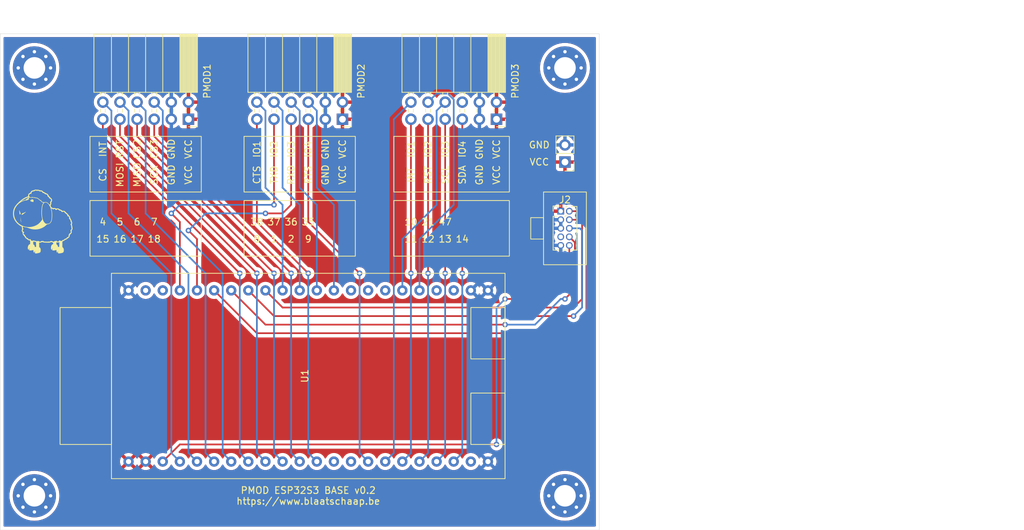
<source format=kicad_pcb>
(kicad_pcb (version 20211014) (generator pcbnew)
  (layers (0 "F.Cu" signal) (31 "B.Cu" signal) (34 "B.Paste" user "B.Plakken") (35 "F.Paste" user "F.Plakken") (36 "B.SilkS" user "B.Silkscreen") (37 "F.SilkS" user "F.Silkscreen") (38 "B.Mask" user) (39 "F.Mask" user "F. masker") (44 "Edge.Cuts" user))
  (net 0 "")
  (net 1 "GND")
  (net 2 "PMOD_UART_GPIO4")
  (net 3 "PMOD_UART_GPIO3")
  (net 4 "PMOD_UART_GPIO2_RESET")
  (net 5 "PMOD_UART_GPIO1_INT")
  (net 6 "PMOD_UART_RTS")
  (net 7 "PMOD_UART_RXD")
  (net 8 "PMOD_UART_TXD")
  (net 9 "PMOD_UART_CTS")
  (net 10 "VCC")
  (net 11 "PMOD_SPI_SCK")
  (net 12 "PMOD_SPI_MOSI")
  (net 13 "PMOD_SPI_MISO")
  (net 14 "PMOD_SPI_GPIO4_CS3")
  (net 15 "PMOD_SPI_GPIO3_CS2")
  (net 16 "PMOD_SPI_GPIO2_RESET")
  (net 17 "PMOD_SPI_GPIO1_INT")
  (net 18 "PMOD_SPI_CS")
  (net 19 "PMOD_I2C_SDA")
  (net 20 "PMOD_I2C_SCL")
  (net 21 "PMOD_I2C_RESET")
  (net 22 "PMOD_I2C_INT")
  (net 23 "PMOD_I2C_GPIO4")
  (net 24 "PMOD_I2C_GPIO3")
  (net 25 "PMOD_I2C_GPIO2")
  (net 26 "PMOD_I2C_GPIO1")
  (net 32 "JTMS")
  (net 33 "JTCK")
  (net 34 "JTDO")
  (net 36 "JTDI")
  (net 37 "~{RST}")
  (net 38 "WS1812")
  (footprint "Connector_PinSocket_2.54mm:PinSocket_2x06_P2.54mm_Horizontal" (layer "F.Cu") (at 96.52 30.48 -90)
    (fp_text reference "PMOD2" (at -5.65 -2.77 90) (layer "F.SilkS"))
    (fp_text value "Conn_02x06_Odd_Even")
    (pad "1" thru_hole rect (at 0 0 270) (size 1.7 1.7) (drill 1) (layers *.Cu *.Mask) (net 10 "VCC"))
    (pad "2" thru_hole oval (at -2.54 0 270) (size 1.7 1.7) (drill 1) (layers *.Cu *.Mask) (net 10 "VCC"))
    (pad "3" thru_hole oval (at 0 2.54 270) (size 1.7 1.7) (drill 1) (layers *.Cu *.Mask) (net 1 "GND"))
    (pad "4" thru_hole oval (at -2.54 2.54 270) (size 1.7 1.7) (drill 1) (layers *.Cu *.Mask) (net 1 "GND"))
    (pad "5" thru_hole oval (at 0 5.08 270) (size 1.7 1.7) (drill 1) (layers *.Cu *.Mask) (net 6 "PMOD_UART_RTS"))
    (pad "6" thru_hole oval (at -2.54 5.08 270) (size 1.7 1.7) (drill 1) (layers *.Cu *.Mask) (net 2 "PMOD_UART_GPIO4"))
    (pad "7" thru_hole oval (at 0 7.62 270) (size 1.7 1.7) (drill 1) (layers *.Cu *.Mask) (net 7 "PMOD_UART_RXD"))
    (pad "8" thru_hole oval (at -2.54 7.62 270) (size 1.7 1.7) (drill 1) (layers *.Cu *.Mask) (net 3 "PMOD_UART_GPIO3"))
    (pad "9" thru_hole oval (at 0 10.16 270) (size 1.7 1.7) (drill 1) (layers *.Cu *.Mask) (net 8 "PMOD_UART_TXD"))
    (pad "10" thru_hole oval (at -2.54 10.16 270) (size 1.7 1.7) (drill 1) (layers *.Cu *.Mask) (net 4 "PMOD_UART_GPIO2_RESET"))
    (pad "11" thru_hole oval (at 0 12.7 270) (size 1.7 1.7) (drill 1) (layers *.Cu *.Mask) (net 9 "PMOD_UART_CTS"))
    (pad "12" thru_hole oval (at -2.54 12.7 270) (size 1.7 1.7) (drill 1) (layers *.Cu *.Mask) (net 5 "PMOD_UART_GPIO1_INT"))
  )
  (footprint "Connector_PinSocket_2.54mm:PinSocket_2x06_P2.54mm_Horizontal" (layer "F.Cu") (at 119.38 30.48 -90)
    (fp_text reference "PMOD3" (at -5.65 -2.77 90) (layer "F.SilkS"))
    (fp_text value "Conn_02x06_Odd_Even")
    (pad "1" thru_hole rect (at 0 0 270) (size 1.7 1.7) (drill 1) (layers *.Cu *.Mask) (net 10 "VCC"))
    (pad "2" thru_hole oval (at -2.54 0 270) (size 1.7 1.7) (drill 1) (layers *.Cu *.Mask) (net 10 "VCC"))
    (pad "3" thru_hole oval (at 0 2.54 270) (size 1.7 1.7) (drill 1) (layers *.Cu *.Mask) (net 1 "GND"))
    (pad "4" thru_hole oval (at -2.54 2.54 270) (size 1.7 1.7) (drill 1) (layers *.Cu *.Mask) (net 1 "GND"))
    (pad "5" thru_hole oval (at 0 5.08 270) (size 1.7 1.7) (drill 1) (layers *.Cu *.Mask) (net 19 "PMOD_I2C_SDA"))
    (pad "6" thru_hole oval (at -2.54 5.08 270) (size 1.7 1.7) (drill 1) (layers *.Cu *.Mask) (net 23 "PMOD_I2C_GPIO4"))
    (pad "7" thru_hole oval (at 0 7.62 270) (size 1.7 1.7) (drill 1) (layers *.Cu *.Mask) (net 20 "PMOD_I2C_SCL"))
    (pad "8" thru_hole oval (at -2.54 7.62 270) (size 1.7 1.7) (drill 1) (layers *.Cu *.Mask) (net 24 "PMOD_I2C_GPIO3"))
    (pad "9" thru_hole oval (at 0 10.16 270) (size 1.7 1.7) (drill 1) (layers *.Cu *.Mask) (net 21 "PMOD_I2C_RESET"))
    (pad "10" thru_hole oval (at -2.54 10.16 270) (size 1.7 1.7) (drill 1) (layers *.Cu *.Mask) (net 25 "PMOD_I2C_GPIO2"))
    (pad "11" thru_hole oval (at 0 12.7 270) (size 1.7 1.7) (drill 1) (layers *.Cu *.Mask) (net 22 "PMOD_I2C_INT"))
    (pad "12" thru_hole oval (at -2.54 12.7 270) (size 1.7 1.7) (drill 1) (layers *.Cu *.Mask) (net 26 "PMOD_I2C_GPIO1"))
  )
  (footprint "Connector_PinSocket_2.54mm:PinSocket_2x06_P2.54mm_Horizontal" (layer "F.Cu") (at 73.66 30.48 -90)
    (fp_text reference "PMOD1" (at -5.65 -2.77 90) (layer "F.SilkS"))
    (fp_text value "Conn_02x06_Odd_Even")
    (pad "1" thru_hole rect (at 0 0 270) (size 1.7 1.7) (drill 1) (layers *.Cu *.Mask) (net 10 "VCC"))
    (pad "2" thru_hole oval (at -2.54 0 270) (size 1.7 1.7) (drill 1) (layers *.Cu *.Mask) (net 10 "VCC"))
    (pad "3" thru_hole oval (at 0 2.54 270) (size 1.7 1.7) (drill 1) (layers *.Cu *.Mask) (net 1 "GND"))
    (pad "4" thru_hole oval (at -2.54 2.54 270) (size 1.7 1.7) (drill 1) (layers *.Cu *.Mask) (net 1 "GND"))
    (pad "5" thru_hole oval (at 0 5.08 270) (size 1.7 1.7) (drill 1) (layers *.Cu *.Mask) (net 11 "PMOD_SPI_SCK"))
    (pad "6" thru_hole oval (at -2.54 5.08 270) (size 1.7 1.7) (drill 1) (layers *.Cu *.Mask) (net 14 "PMOD_SPI_GPIO4_CS3"))
    (pad "7" thru_hole oval (at 0 7.62 270) (size 1.7 1.7) (drill 1) (layers *.Cu *.Mask) (net 13 "PMOD_SPI_MISO"))
    (pad "8" thru_hole oval (at -2.54 7.62 270) (size 1.7 1.7) (drill 1) (layers *.Cu *.Mask) (net 15 "PMOD_SPI_GPIO3_CS2"))
    (pad "9" thru_hole oval (at 0 10.16 270) (size 1.7 1.7) (drill 1) (layers *.Cu *.Mask) (net 12 "PMOD_SPI_MOSI"))
    (pad "10" thru_hole oval (at -2.54 10.16 270) (size 1.7 1.7) (drill 1) (layers *.Cu *.Mask) (net 16 "PMOD_SPI_GPIO2_RESET"))
    (pad "11" thru_hole oval (at 0 12.7 270) (size 1.7 1.7) (drill 1) (layers *.Cu *.Mask) (net 18 "PMOD_SPI_CS"))
    (pad "12" thru_hole oval (at -2.54 12.7 270) (size 1.7 1.7) (drill 1) (layers *.Cu *.Mask) (net 17 "PMOD_SPI_GPIO1_INT"))
  )
  (footprint "MountingHole:MountingHole_3.2mm_M3_Pad_Via" (layer "F.Cu") (at 50.8 86.36)
    (fp_text reference "H3" hide)
    (fp_text value "~")
    (pad "1" thru_hole circle (at 1.697056 1.697056) (size 0.8 0.8) (drill 0.5) (layers *.Cu *.Mask))
    (pad "1" thru_hole circle (at -1.697056 -1.697056) (size 0.8 0.8) (drill 0.5) (layers *.Cu *.Mask))
    (pad "1" thru_hole circle (at 0 -2.4) (size 0.8 0.8) (drill 0.5) (layers *.Cu *.Mask))
    (pad "1" thru_hole circle (at -2.4 0) (size 0.8 0.8) (drill 0.5) (layers *.Cu *.Mask))
    (pad "1" thru_hole circle (at 1.697056 -1.697056) (size 0.8 0.8) (drill 0.5) (layers *.Cu *.Mask))
    (pad "1" thru_hole circle (at -1.697056 1.697056) (size 0.8 0.8) (drill 0.5) (layers *.Cu *.Mask))
    (pad "1" thru_hole circle (at 2.4 0) (size 0.8 0.8) (drill 0.5) (layers *.Cu *.Mask))
    (pad "1" thru_hole circle (at 0 0) (size 6.4 6.4) (drill 3.2) (layers *.Cu *.Mask))
    (pad "1" thru_hole circle (at 0 2.4) (size 0.8 0.8) (drill 0.5) (layers *.Cu *.Mask))
  )
  (footprint "MountingHole:MountingHole_3.2mm_M3_Pad_Via" (layer "F.Cu") (at 50.8 22.86)
    (fp_text reference "H1" hide)
    (fp_text value "~")
    (pad "1" thru_hole circle (at 0 -2.4) (size 0.8 0.8) (drill 0.5) (layers *.Cu *.Mask))
    (pad "1" thru_hole circle (at 1.697056 1.697056) (size 0.8 0.8) (drill 0.5) (layers *.Cu *.Mask))
    (pad "1" thru_hole circle (at 0 2.4) (size 0.8 0.8) (drill 0.5) (layers *.Cu *.Mask))
    (pad "1" thru_hole circle (at 2.4 0) (size 0.8 0.8) (drill 0.5) (layers *.Cu *.Mask))
    (pad "1" thru_hole circle (at -2.4 0) (size 0.8 0.8) (drill 0.5) (layers *.Cu *.Mask))
    (pad "1" thru_hole circle (at 1.697056 -1.697056) (size 0.8 0.8) (drill 0.5) (layers *.Cu *.Mask))
    (pad "1" thru_hole circle (at -1.697056 1.697056) (size 0.8 0.8) (drill 0.5) (layers *.Cu *.Mask))
    (pad "1" thru_hole circle (at 0 0) (size 6.4 6.4) (drill 3.2) (layers *.Cu *.Mask))
    (pad "1" thru_hole circle (at -1.697056 -1.697056) (size 0.8 0.8) (drill 0.5) (layers *.Cu *.Mask))
  )
  (footprint "Connector_PinHeader_2.54mm:PinHeader_1x02_P2.54mm_Vertical" (layer "F.Cu") (at 129.54 36.83 180)
    (fp_text reference "J1" hide)
    (fp_text value "~")
    (pad "1" thru_hole rect (at 0 0 180) (size 1.7 1.7) (drill 1) (layers *.Cu *.Mask) (net 10 "VCC"))
    (pad "2" thru_hole oval (at 0 2.54 180) (size 1.7 1.7) (drill 1) (layers *.Cu *.Mask) (net 1 "GND"))
  )
  (footprint "MountingHole:MountingHole_3.2mm_M3_Pad_Via" (layer "F.Cu") (at 129.54 86.36)
    (fp_text reference "H4" hide)
    (fp_text value "~")
    (pad "1" thru_hole circle (at 1.697056 -1.697056) (size 0.8 0.8) (drill 0.5) (layers *.Cu *.Mask))
    (pad "1" thru_hole circle (at -1.697056 1.697056) (size 0.8 0.8) (drill 0.5) (layers *.Cu *.Mask))
    (pad "1" thru_hole circle (at 0 0) (size 6.4 6.4) (drill 3.2) (layers *.Cu *.Mask))
    (pad "1" thru_hole circle (at -2.4 0) (size 0.8 0.8) (drill 0.5) (layers *.Cu *.Mask))
    (pad "1" thru_hole circle (at 0 2.4) (size 0.8 0.8) (drill 0.5) (layers *.Cu *.Mask))
    (pad "1" thru_hole circle (at 1.697056 1.697056) (size 0.8 0.8) (drill 0.5) (layers *.Cu *.Mask))
    (pad "1" thru_hole circle (at -1.697056 -1.697056) (size 0.8 0.8) (drill 0.5) (layers *.Cu *.Mask))
    (pad "1" thru_hole circle (at 2.4 0) (size 0.8 0.8) (drill 0.5) (layers *.Cu *.Mask))
    (pad "1" thru_hole circle (at 0 -2.4) (size 0.8 0.8) (drill 0.5) (layers *.Cu *.Mask))
  )
  (footprint "Connector_PinHeader_1.27mm:PinHeader_2x05_P1.27mm_Vertical" (layer "F.Cu") (at 128.915 44.1225)
    (fp_text reference "J2" (at 0.635 -1.695) (layer "F.SilkS"))
    (fp_text value "Conn_02x05_Odd_Even")
    (pad "1" thru_hole rect (at 0 0) (size 1 1) (drill 0.65) (layers *.Cu *.Mask) (net 10 "VCC"))
    (pad "2" thru_hole oval (at 1.27 0) (size 1 1) (drill 0.65) (layers *.Cu *.Mask) (net 32 "JTMS"))
    (pad "3" thru_hole oval (at 0 1.27) (size 1 1) (drill 0.65) (layers *.Cu *.Mask) (net 1 "GND"))
    (pad "4" thru_hole oval (at 1.27 1.27) (size 1 1) (drill 0.65) (layers *.Cu *.Mask) (net 33 "JTCK"))
    (pad "5" thru_hole oval (at 0 2.54) (size 1 1) (drill 0.65) (layers *.Cu *.Mask) (net 1 "GND"))
    (pad "6" thru_hole oval (at 1.27 2.54) (size 1 1) (drill 0.65) (layers *.Cu *.Mask) (net 34 "JTDO"))
    (pad "7" thru_hole oval (at 0 3.81) (size 1 1) (drill 0.65) (layers *.Cu *.Mask))
    (pad "8" thru_hole oval (at 1.27 3.81) (size 1 1) (drill 0.65) (layers *.Cu *.Mask) (net 36 "JTDI"))
    (pad "9" thru_hole oval (at 0 5.08) (size 1 1) (drill 0.65) (layers *.Cu *.Mask) (net 1 "GND"))
    (pad "10" thru_hole oval (at 1.27 5.08) (size 1 1) (drill 0.65) (layers *.Cu *.Mask) (net 37 "~{RST}"))
  )
  (footprint "AvS_Logos:bs10" (layer "F.Cu") (at 52.07 45.72)
    (fp_text reference "G***" hide)
    (fp_text value "LOGO" hide)
  )
  (footprint "MountingHole:MountingHole_3.2mm_M3_Pad_Via" (layer "F.Cu") (at 129.54 22.86)
    (fp_text reference "H2" hide)
    (fp_text value "~")
    (pad "1" thru_hole circle (at 1.697056 -1.697056) (size 0.8 0.8) (drill 0.5) (layers *.Cu *.Mask))
    (pad "1" thru_hole circle (at 1.697056 1.697056) (size 0.8 0.8) (drill 0.5) (layers *.Cu *.Mask))
    (pad "1" thru_hole circle (at -1.697056 -1.697056) (size 0.8 0.8) (drill 0.5) (layers *.Cu *.Mask))
    (pad "1" thru_hole circle (at 0 0) (size 6.4 6.4) (drill 3.2) (layers *.Cu *.Mask))
    (pad "1" thru_hole circle (at 0 2.4) (size 0.8 0.8) (drill 0.5) (layers *.Cu *.Mask))
    (pad "1" thru_hole circle (at 2.4 0) (size 0.8 0.8) (drill 0.5) (layers *.Cu *.Mask))
    (pad "1" thru_hole circle (at 0 -2.4) (size 0.8 0.8) (drill 0.5) (layers *.Cu *.Mask))
    (pad "1" thru_hole circle (at -2.4 0) (size 0.8 0.8) (drill 0.5) (layers *.Cu *.Mask))
    (pad "1" thru_hole circle (at -1.697056 1.697056) (size 0.8 0.8) (drill 0.5) (layers *.Cu *.Mask))
  )
  (footprint "AvS_CoreBoards:ESP32S3_VCCGND" (layer "F.Cu") (at 91.44 68.58 90)
    (fp_text reference "U1" (at 0 -0.5 90 unlocked) (layer "F.SilkS"))
    (fp_text value "ESP32S3_VCCGND")
    (pad "1" thru_hole circle (at -12.7 -26.67 90) (size 1.524 1.524) (drill 0.762) (layers *.Cu *.Mask) (net 10 "VCC"))
    (pad "2" thru_hole circle (at -12.7 -24.13 90) (size 1.524 1.524) (drill 0.762) (layers *.Cu *.Mask) (net 10 "VCC"))
    (pad "3" thru_hole circle (at -12.7 -21.59 90) (size 1.524 1.524) (drill 0.762) (layers *.Cu *.Mask) (net 37 "~{RST}"))
    (pad "4" thru_hole circle (at -12.7 -19.05 90) (size 1.524 1.524) (drill 0.762) (layers *.Cu *.Mask) (net 17 "PMOD_SPI_GPIO1_INT"))
    (pad "5" thru_hole circle (at -12.7 -16.51 90) (size 1.524 1.524) (drill 0.762) (layers *.Cu *.Mask) (net 16 "PMOD_SPI_GPIO2_RESET"))
    (pad "6" thru_hole circle (at -12.7 -13.97 90) (size 1.524 1.524) (drill 0.762) (layers *.Cu *.Mask) (net 15 "PMOD_SPI_GPIO3_CS2"))
    (pad "7" thru_hole circle (at -12.7 -11.43 90) (size 1.524 1.524) (drill 0.762) (layers *.Cu *.Mask) (net 14 "PMOD_SPI_GPIO4_CS3"))
    (pad "8" thru_hole circle (at -12.7 -8.89 90) (size 1.524 1.524) (drill 0.762) (layers *.Cu *.Mask) (net 18 "PMOD_SPI_CS"))
    (pad "9" thru_hole circle (at -12.7 -6.35 90) (size 1.524 1.524) (drill 0.762) (layers *.Cu *.Mask) (net 12 "PMOD_SPI_MOSI"))
    (pad "10" thru_hole circle (at -12.7 -3.81 90) (size 1.524 1.524) (drill 0.762) (layers *.Cu *.Mask) (net 13 "PMOD_SPI_MISO"))
    (pad "11" thru_hole circle (at -12.7 -1.27 90) (size 1.524 1.524) (drill 0.762) (layers *.Cu *.Mask) (net 11 "PMOD_SPI_SCK"))
    (pad "12" thru_hole circle (at -12.7 1.27 90) (size 1.524 1.524) (drill 0.762) (layers *.Cu *.Mask) (net 9 "PMOD_UART_CTS"))
    (pad "13" thru_hole circle (at -12.7 3.81 90) (size 1.524 1.524) (drill 0.762) (layers *.Cu *.Mask))
    (pad "14" thru_hole circle (at -12.7 6.35 90) (size 1.524 1.524) (drill 0.762) (layers *.Cu *.Mask))
    (pad "15" thru_hole circle (at -12.7 8.89 90) (size 1.524 1.524) (drill 0.762) (layers *.Cu *.Mask) (net 6 "PMOD_UART_RTS"))
    (pad "16" thru_hole circle (at -12.7 11.43 90) (size 1.524 1.524) (drill 0.762) (layers *.Cu *.Mask) (net 26 "PMOD_I2C_GPIO1"))
    (pad "17" thru_hole circle (at -12.7 13.97 90) (size 1.524 1.524) (drill 0.762) (layers *.Cu *.Mask) (net 22 "PMOD_I2C_INT"))
    (pad "18" thru_hole circle (at -12.7 16.51 90) (size 1.524 1.524) (drill 0.762) (layers *.Cu *.Mask) (net 21 "PMOD_I2C_RESET"))
    (pad "19" thru_hole circle (at -12.7 19.05 90) (size 1.524 1.524) (drill 0.762) (layers *.Cu *.Mask) (net 20 "PMOD_I2C_SCL"))
    (pad "20" thru_hole circle (at -12.7 21.59 90) (size 1.524 1.524) (drill 0.762) (layers *.Cu *.Mask) (net 19 "PMOD_I2C_SDA"))
    (pad "21" thru_hole circle (at -12.7 24.13 90) (size 1.524 1.524) (drill 0.762) (layers *.Cu *.Mask))
    (pad "22" thru_hole circle (at -12.7 26.67 90) (size 1.524 1.524) (drill 0.762) (layers *.Cu *.Mask) (net 1 "GND"))
    (pad "23" thru_hole circle (at 12.7 26.67 90) (size 1.524 1.524) (drill 0.762) (layers *.Cu *.Mask) (net 1 "GND"))
    (pad "24" thru_hole circle (at 12.7 24.13 90) (size 1.524 1.524) (drill 0.762) (layers *.Cu *.Mask) (net 1 "GND"))
    (pad "25" thru_hole circle (at 12.7 21.59 90) (size 1.524 1.524) (drill 0.762) (layers *.Cu *.Mask))
    (pad "26" thru_hole circle (at 12.7 19.05 90) (size 1.524 1.524) (drill 0.762) (layers *.Cu *.Mask))
    (pad "27" thru_hole circle (at 12.7 16.51 90) (size 1.524 1.524) (drill 0.762) (layers *.Cu *.Mask) (net 25 "PMOD_I2C_GPIO2"))
    (pad "28" thru_hole circle (at 12.7 13.97 90) (size 1.524 1.524) (drill 0.762) (layers *.Cu *.Mask) (net 24 "PMOD_I2C_GPIO3"))
    (pad "29" thru_hole circle (at 12.7 11.43 90) (size 1.524 1.524) (drill 0.762) (layers *.Cu *.Mask) (net 38 "WS1812"))
    (pad "30" thru_hole circle (at 12.7 8.89 90) (size 1.524 1.524) (drill 0.762) (layers *.Cu *.Mask))
    (pad "31" thru_hole circle (at 12.7 6.35 90) (size 1.524 1.524) (drill 0.762) (layers *.Cu *.Mask))
    (pad "32" thru_hole circle (at 12.7 3.81 90) (size 1.524 1.524) (drill 0.762) (layers *.Cu *.Mask) (net 2 "PMOD_UART_GPIO4"))
    (pad "33" thru_hole circle (at 12.7 1.27 90) (size 1.524 1.524) (drill 0.762) (layers *.Cu *.Mask) (net 3 "PMOD_UART_GPIO3"))
    (pad "34" thru_hole circle (at 12.7 -1.27 90) (size 1.524 1.524) (drill 0.762) (layers *.Cu *.Mask) (net 4 "PMOD_UART_GPIO2_RESET"))
    (pad "35" thru_hole circle (at 12.7 -3.81 90) (size 1.524 1.524) (drill 0.762) (layers *.Cu *.Mask) (net 5 "PMOD_UART_GPIO1_INT"))
    (pad "36" thru_hole circle (at 12.7 -6.35 90) (size 1.524 1.524) (drill 0.762) (layers *.Cu *.Mask) (net 33 "JTCK"))
    (pad "37" thru_hole circle (at 12.7 -8.89 90) (size 1.524 1.524) (drill 0.762) (layers *.Cu *.Mask) (net 34 "JTDO"))
    (pad "38" thru_hole circle (at 12.7 -11.43 90) (size 1.524 1.524) (drill 0.762) (layers *.Cu *.Mask) (net 36 "JTDI"))
    (pad "39" thru_hole circle (at 12.7 -13.97 90) (size 1.524 1.524) (drill 0.762) (layers *.Cu *.Mask) (net 32 "JTMS"))
    (pad "40" thru_hole circle (at 12.7 -16.51 90) (size 1.524 1.524) (drill 0.762) (layers *.Cu *.Mask) (net 7 "PMOD_UART_RXD"))
    (pad "41" thru_hole circle (at 12.7 -19.05 90) (size 1.524 1.524) (drill 0.762) (layers *.Cu *.Mask) (net 8 "PMOD_UART_TXD"))
    (pad "42" thru_hole circle (at 12.7 -21.59 90) (size 1.524 1.524) (drill 0.762) (layers *.Cu *.Mask))
    (pad "43" thru_hole circle (at 12.7 -24.13 90) (size 1.524 1.524) (drill 0.762) (layers *.Cu *.Mask))
    (pad "44" thru_hole circle (at 12.7 -26.67 90) (size 1.524 1.524) (drill 0.762) (layers *.Cu *.Mask) (net 1 "GND"))
  )
  (gr_rect (start 124.46 45.085) (end 126.365 48.26) (layer "F.SilkS") (width 0.12) (fill none))
  (gr_rect (start 81.915 33.02) (end 98.425 41.275) (layer "F.SilkS") (width 0.12) (fill none))
  (gr_rect (start 126.365 41.275) (end 132.715 52.07) (layer "F.SilkS") (width 0.12) (fill none))
  (gr_rect (start 59.055 33.02) (end 75.565 41.275) (layer "F.SilkS") (width 0.12) (fill none))
  (gr_rect (start 104.14 42.545) (end 121.285 50.8) (layer "F.SilkS") (width 0.12) (fill none))
  (gr_rect (start 81.915 42.545) (end 98.425 50.8) (layer "F.SilkS") (width 0.12) (fill none))
  (gr_rect (start 104.14 33.02) (end 121.285 41.275) (layer "F.SilkS") (width 0.12) (fill none))
  (gr_rect (start 59.055 42.545) (end 75.565 50.8) (layer "F.SilkS") (width 0.12) (fill none))
  (gr_rect (start 45.72 17.78) (end 134.62 91.44) (layer "Edge.Cuts") (width 0.05) (fill none))
  (gr_text "7" (at 68.58 45.72) (layer "F.SilkS") (effects (font (size 1 1))))
  (gr_text "INT" (at 106.68 38.735 90) (layer "F.SilkS") (effects (font (size 1 1))))
  (gr_text "GND" (at 125.73 34.29) (layer "F.SilkS") (effects (font (size 1 1))))
  (gr_text "INT" (at 60.96 34.925 90) (layer "F.SilkS") (effects (font (size 1 1))))
  (gr_text "GND" (at 71.12 34.925 90) (layer "F.SilkS") (effects (font (size 1 1))))
  (gr_text "GND" (at 93.98 38.735 90) (layer "F.SilkS") (effects (font (size 1 1))))
  (gr_text "TXD" (at 86.36 38.735 90) (layer "F.SilkS") (effects (font (size 1 1))))
  (gr_text "RTS" (at 91.44 38.735 90) (layer "F.SilkS") (effects (font (size 1 1))))
  (gr_text "35" (at 91.44 45.72) (layer "F.SilkS") (effects (font (size 1 1))))
  (gr_text "VCC" (at 119.38 38.735 90) (layer "F.SilkS") (effects (font (size 1 1))))
  (gr_text "IO1" (at 106.68 34.925 90) (layer "F.SilkS") (effects (font (size 1 1))))
  (gr_text "6" (at 66.04 45.72) (layer "F.SilkS") (effects (font (size 1 1))))
  (gr_text "PMOD ESP32S3 BASE v0.2\nhttps://www.blaatschaap.be" (at 91.44 86.36) (layer "F.SilkS") (effects (font (size 1 1))))
  (gr_text "CTS" (at 83.82 38.735 90) (layer "F.SilkS") (effects (font (size 1 1))))
  (gr_text "8" (at 83.82 48.26) (layer "F.SilkS") (effects (font (size 1 1))))
  (gr_text "IO1" (at 83.82 34.925 90) (layer "F.SilkS") (effects (font (size 1 1))))
  (gr_text "13" (at 111.76 48.26) (layer "F.SilkS") (effects (font (size 1 1))))
  (gr_text "CS" (at 60.96 38.735 90) (layer "F.SilkS") (effects (font (size 1 1))))
  (gr_text "4" (at 60.96 45.72) (layer "F.SilkS") (effects (font (size 1 1))))
  (gr_text "37" (at 86.36 45.72) (layer "F.SilkS") (effects (font (size 1 1))))
  (gr_text "MISO" (at 66.04 38.735 90) (layer "F.SilkS") (effects (font (size 1 1))))
  (gr_text "SCK" (at 68.58 38.735 90) (layer "F.SilkS") (effects (font (size 1 1))))
  (gr_text "17" (at 66.04 48.26) (layer "F.SilkS") (effects (font (size 1 1))))
  (gr_text "15" (at 60.96 48.26) (layer "F.SilkS") (effects (font (size 1 1))))
  (gr_text "GND" (at 71.12 38.735 90) (layer "F.SilkS") (effects (font (size 1 1))))
  (gr_text "VCC" (at 125.73 36.83) (layer "F.SilkS") (effects (font (size 1 1))))
  (gr_text "GND" (at 116.84 38.735 90) (layer "F.SilkS") (effects (font (size 1 1))))
  (gr_text "21" (at 109.22 45.72) (layer "F.SilkS") (effects (font (size 1 1))))
  (gr_text "9" (at 91.44 48.26) (layer "F.SilkS") (effects (font (size 1 1))))
  (gr_text "36" (at 88.9 45.72) (layer "F.SilkS") (effects (font (size 1 1))))
  (gr_text "VCC" (at 73.66 38.735 90) (layer "F.SilkS") (effects (font (size 1 1))))
  (gr_text "38" (at 83.82 45.72) (layer "F.SilkS") (effects (font (size 1 1))))
  (gr_text "GND" (at 116.84 34.925 90) (layer "F.SilkS") (effects (font (size 1 1))))
  (gr_text "MOSI" (at 63.5 38.735 90) (layer "F.SilkS") (effects (font (size 1 1))))
  (gr_text "11" (at 106.68 48.26) (layer "F.SilkS") (effects (font (size 1 1))))
  (gr_text "IO4" (at 91.44 34.925 90) (layer "F.SilkS") (effects (font (size 1 1))))
  (gr_text "14" (at 114.3 48.26) (layer "F.SilkS") (effects (font (size 1 1))))
  (gr_text "IO3" (at 88.9 34.925 90) (layer "F.SilkS") (effects (font (size 1 1))))
  (gr_text "18" (at 68.58 48.26) (layer "F.SilkS") (effects (font (size 1 1))))
  (gr_text "5" (at 63.5 45.72) (layer "F.SilkS") (effects (font (size 1 1))))
  (gr_text "VCC" (at 96.52 34.925 90) (layer "F.SilkS") (effects (font (size 1 1))))
  (gr_text "IO4" (at 114.3 34.925 90) (layer "F.SilkS") (effects (font (size 1 1))))
  (gr_text "SDA" (at 114.3 38.735 90) (layer "F.SilkS") (effects (font (size 1 1))))
  (gr_text "CS3" (at 68.58 34.925 90) (layer "F.SilkS") (effects (font (size 1 1))))
  (gr_text "RXD" (at 88.9 38.735 90) (layer "F.SilkS") (effects (font (size 1 1))))
  (gr_text "IO2" (at 86.36 34.925 90) (layer "F.SilkS") (effects (font (size 1 1))))
  (gr_text "IO3" (at 111.76 34.925 90) (layer "F.SilkS") (effects (font (size 1 1))))
  (gr_text "RST" (at 109.22 38.735 90) (layer "F.SilkS") (effects (font (size 1 1))))
  (gr_text "VCC" (at 119.38 34.925 90) (layer "F.SilkS") (effects (font (size 1 1))))
  (gr_text "CS2" (at 66.04 34.925 90) (layer "F.SilkS") (effects (font (size 1 1))))
  (gr_text "SCL" (at 111.76 38.735 90) (layer "F.SilkS") (effects (font (size 1 1))))
  (gr_text "10" (at 106.68 45.72) (layer "F.SilkS") (effects (font (size 1 1))))
  (gr_text "1" (at 86.36 48.26) (layer "F.SilkS") (effects (font (size 1 1))))
  (gr_text "IO2" (at 109.22 34.925 90) (layer "F.SilkS") (effects (font (size 1 1))))
  (gr_text "RST" (at 63.5 34.925 90) (layer "F.SilkS") (effects (font (size 1 1))))
  (gr_text "47" (at 111.76 45.72) (layer "F.SilkS") (effects (font (size 1 1))))
  (gr_text "16" (at 63.5 48.26) (layer "F.SilkS") (effects (font (size 1 1))))
  (gr_text "12" (at 109.22 48.26) (layer "F.SilkS") (effects (font (size 1 1))))
  (gr_text "VCC" (at 96.52 38.735 90) (layer "F.SilkS") (effects (font (size 1 1))))
  (gr_text "VCC" (at 73.66 34.925 90) (layer "F.SilkS") (effects (font (size 1 1))))
  (gr_text "2" (at 88.9 48.26) (layer "F.SilkS") (effects (font (size 1 1))))
  (gr_text "GND" (at 93.98 34.925 90) (layer "F.SilkS") (effects (font (size 1 1))))
  (segment (start 92.71 29.21) (end 91.44 27.94) (width 0.25) (layer "B.Cu") (net 2))
  (segment (start 95.25 55.88) (end 95.25 43.18) (width 0.25) (layer "B.Cu") (net 2))
  (segment (start 95.25 43.18) (end 92.71 40.64) (width 0.25) (layer "B.Cu") (net 2))
  (segment (start 92.71 40.64) (end 92.71 29.21) (width 0.25) (layer "B.Cu") (net 2))
  (segment (start 92.71 43.18) (end 90.17 40.64) (width 0.25) (layer "B.Cu") (net 3))
  (segment (start 92.71 55.88) (end 92.71 43.18) (width 0.25) (layer "B.Cu") (net 3))
  (segment (start 90.17 40.64) (end 90.17 29.21) (width 0.25) (layer "B.Cu") (net 3))
  (segment (start 90.17 29.21) (end 88.9 27.94) (width 0.25) (layer "B.Cu") (net 3))
  (segment (start 87.63 29.21) (end 86.36 27.94) (width 0.25) (layer "B.Cu") (net 4))
  (segment (start 87.63 40.64) (end 87.63 29.21) (width 0.25) (layer "B.Cu") (net 4))
  (segment (start 90.17 55.88) (end 90.17 43.18) (width 0.25) (layer "B.Cu") (net 4))
  (segment (start 90.17 43.18) (end 87.63 40.64) (width 0.25) (layer "B.Cu") (net 4))
  (segment (start 87.63 55.88) (end 87.63 43.18) (width 0.25) (layer "B.Cu") (net 5))
  (segment (start 87.63 43.18) (end 85.09 40.64) (width 0.25) (layer "B.Cu") (net 5))
  (segment (start 85.09 40.64) (end 85.09 29.21) (width 0.25) (layer "B.Cu") (net 5))
  (segment (start 85.09 29.21) (end 83.82 27.94) (width 0.25) (layer "B.Cu") (net 5))
  (segment (start 99.06 53.34) (end 91.44 45.72) (width 0.25) (layer "F.Cu") (net 6))
  (segment (start 91.44 45.72) (end 91.44 30.48) (width 0.25) (layer "F.Cu") (net 6))
  (via (at 99.06 53.34) (size 0.8) (drill 0.4) (layers "F.Cu" "B.Cu") (net 6))
  (segment (start 100.33 81.28) (end 99.06 80.01) (width 0.25) (layer "B.Cu") (net 6))
  (segment (start 99.06 80.01) (end 99.06 53.34) (width 0.25) (layer "B.Cu") (net 6))
  (segment (start 85.09 44.45) (end 87.63 44.45) (width 0.25) (layer "F.Cu") (net 7))
  (segment (start 88.9 43.18) (end 88.9 30.48) (width 0.25) (layer "F.Cu") (net 7))
  (segment (start 87.63 44.45) (end 88.9 43.18) (width 0.25) (layer "F.Cu") (net 7))
  (segment (start 74.93 55.88) (end 74.93 48.26) (width 0.25) (layer "F.Cu") (net 7))
  (segment (start 74.93 48.26) (end 73.66 46.99) (width 0.25) (layer "F.Cu") (net 7))
  (via (at 85.09 44.45) (size 0.8) (drill 0.4) (layers "F.Cu" "B.Cu") (net 7))
  (via (at 73.66 46.99) (size 0.8) (drill 0.4) (layers "F.Cu" "B.Cu") (net 7))
  (segment (start 73.66 46.99) (end 76.2 44.45) (width 0.25) (layer "B.Cu") (net 7))
  (segment (start 76.2 44.45) (end 85.09 44.45) (width 0.25) (layer "B.Cu") (net 7))
  (segment (start 86.36 30.48) (end 86.36 43.18) (width 0.25) (layer "F.Cu") (net 8))
  (segment (start 71.12 44.45) (end 72.39 45.72) (width 0.25) (layer "F.Cu") (net 8))
  (segment (start 72.39 45.72) (end 72.39 55.88) (width 0.25) (layer "F.Cu") (net 8))
  (via (at 86.36 43.18) (size 0.8) (drill 0.4) (layers "F.Cu" "B.Cu") (net 8))
  (via (at 71.12 44.45) (size 0.8) (drill 0.4) (layers "F.Cu" "B.Cu") (net 8))
  (segment (start 72.39 43.18) (end 71.12 44.45) (width 0.25) (layer "B.Cu") (net 8))
  (segment (start 86.36 43.18) (end 72.39 43.18) (width 0.25) (layer "B.Cu") (net 8))
  (segment (start 91.44 53.34) (end 83.82 45.72) (width 0.25) (layer "F.Cu") (net 9))
  (segment (start 83.82 45.72) (end 83.82 30.48) (width 0.25) (layer "F.Cu") (net 9))
  (via (at 91.44 53.34) (size 0.8) (drill 0.4) (layers "F.Cu" "B.Cu") (net 9))
  (segment (start 92.71 81.28) (end 91.44 80.01) (width 0.25) (layer "B.Cu") (net 9))
  (segment (start 91.44 80.01) (end 91.44 53.34) (width 0.25) (layer "B.Cu") (net 9))
  (segment (start 68.58 33.02) (end 68.58 30.48) (width 0.25) (layer "F.Cu") (net 11))
  (segment (start 88.9 53.34) (end 68.58 33.02) (width 0.25) (layer "F.Cu") (net 11))
  (via (at 88.9 53.34) (size 0.8) (drill 0.4) (layers "F.Cu" "B.Cu") (net 11))
  (segment (start 90.17 81.28) (end 88.9 80.01) (width 0.25) (layer "B.Cu") (net 11))
  (segment (start 88.9 80.01) (end 88.9 53.34) (width 0.25) (layer "B.Cu") (net 11))
  (segment (start 63.5 33.02) (end 63.5 30.48) (width 0.25) (layer "F.Cu") (net 12))
  (segment (start 83.82 53.34) (end 63.5 33.02) (width 0.25) (layer "F.Cu") (net 12))
  (via (at 83.82 53.34) (size 0.8) (drill 0.4) (layers "F.Cu" "B.Cu") (net 12))
  (segment (start 83.82 80.01) (end 83.82 53.34) (width 0.25) (layer "B.Cu") (net 12))
  (segment (start 85.09 81.28) (end 83.82 80.01) (width 0.25) (layer "B.Cu") (net 12))
  (segment (start 86.36 53.34) (end 66.04 33.02) (width 0.25) (layer "F.Cu") (net 13))
  (segment (start 66.04 33.02) (end 66.04 30.48) (width 0.25) (layer "F.Cu") (net 13))
  (via (at 86.36 53.34) (size 0.8) (drill 0.4) (layers "F.Cu" "B.Cu") (net 13))
  (segment (start 87.63 81.28) (end 86.36 80.01) (width 0.25) (layer "B.Cu") (net 13))
  (segment (start 86.36 80.01) (end 86.36 53.34) (width 0.25) (layer "B.Cu") (net 13))
  (segment (start 80.01 81.28) (end 78.74 80.01) (width 0.25) (layer "B.Cu") (net 14))
  (segment (start 69.85 44.45) (end 69.85 29.21) (width 0.25) (layer "B.Cu") (net 14))
  (segment (start 69.85 29.21) (end 68.58 27.94) (width 0.25) (layer "B.Cu") (net 14))
  (segment (start 78.74 53.34) (end 69.85 44.45) (width 0.25) (layer "B.Cu") (net 14))
  (segment (start 78.74 80.01) (end 78.74 53.34) (width 0.25) (layer "B.Cu") (net 14))
  (segment (start 76.2 53.34) (end 67.31 44.45) (width 0.25) (layer "B.Cu") (net 15))
  (segment (start 67.31 29.21) (end 66.04 27.94) (width 0.25) (layer "B.Cu") (net 15))
  (segment (start 76.2 80.01) (end 76.2 53.34) (width 0.25) (layer "B.Cu") (net 15))
  (segment (start 67.31 44.45) (end 67.31 29.21) (width 0.25) (layer "B.Cu") (net 15))
  (segment (start 77.47 81.28) (end 76.2 80.01) (width 0.25) (layer "B.Cu") (net 15))
  (segment (start 73.66 80.01) (end 73.66 53.34) (width 0.25) (layer "B.Cu") (net 16))
  (segment (start 74.93 81.28) (end 73.66 80.01) (width 0.25) (layer "B.Cu") (net 16))
  (segment (start 73.66 53.34) (end 64.77 44.45) (width 0.25) (layer "B.Cu") (net 16))
  (segment (start 64.77 29.21) (end 63.5 27.94) (width 0.25) (layer "B.Cu") (net 16))
  (segment (start 64.77 44.45) (end 64.77 29.21) (width 0.25) (layer "B.Cu") (net 16))
  (segment (start 71.12 53.34) (end 62.23 44.45) (width 0.25) (layer "B.Cu") (net 17))
  (segment (start 62.23 44.45) (end 62.23 29.21) (width 0.25) (layer "B.Cu") (net 17))
  (segment (start 62.23 29.21) (end 60.96 27.94) (width 0.25) (layer "B.Cu") (net 17))
  (segment (start 71.12 80.01) (end 71.12 53.34) (width 0.25) (layer "B.Cu") (net 17))
  (segment (start 72.39 81.28) (end 71.12 80.01) (width 0.25) (layer "B.Cu") (net 17))
  (segment (start 81.28 53.34) (end 60.96 33.02) (width 0.25) (layer "F.Cu") (net 18))
  (segment (start 60.96 33.02) (end 60.96 30.48) (width 0.25) (layer "F.Cu") (net 18))
  (via (at 81.28 53.34) (size 0.8) (drill 0.4) (layers "F.Cu" "B.Cu") (net 18))
  (segment (start 81.28 80.01) (end 81.28 53.34) (width 0.25) (layer "B.Cu") (net 18))
  (segment (start 82.55 81.28) (end 81.28 80.01) (width 0.25) (layer "B.Cu") (net 18))
  (segment (start 114.3 30.48) (end 114.3 53.34) (width 0.25) (layer "F.Cu") (net 19))
  (via (at 114.3 53.34) (size 0.8) (drill 0.4) (layers "F.Cu" "B.Cu") (net 19))
  (segment (start 113.03 81.28) (end 114.3 80.01) (width 0.25) (layer "B.Cu") (net 19))
  (segment (start 114.3 80.01) (end 114.3 53.34) (width 0.25) (layer "B.Cu") (net 19))
  (segment (start 111.76 30.48) (end 111.76 53.34) (width 0.25) (layer "F.Cu") (net 20))
  (via (at 111.76 53.34) (size 0.8) (drill 0.4) (layers "F.Cu" "B.Cu") (net 20))
  (segment (start 110.49 81.28) (end 111.76 80.01) (width 0.25) (layer "B.Cu") (net 20))
  (segment (start 111.76 80.01) (end 111.76 53.34) (width 0.25) (layer "B.Cu") (net 20))
  (segment (start 109.22 30.48) (end 109.22 53.34) (width 0.25) (layer "F.Cu") (net 21))
  (via (at 109.22 53.34) (size 0.8) (drill 0.4) (layers "F.Cu" "B.Cu") (net 21))
  (segment (start 107.95 81.28) (end 109.22 80.01) (width 0.25) (layer "B.Cu") (net 21))
  (segment (start 109.22 80.01) (end 109.22 53.34) (width 0.25) (layer "B.Cu") (net 21))
  (segment (start 106.68 30.48) (end 106.68 53.34) (width 0.25) (layer "F.Cu") (net 22))
  (via (at 106.68 53.34) (size 0.8) (drill 0.4) (layers "F.Cu" "B.Cu") (net 22))
  (segment (start 106.68 80.01) (end 106.68 53.34) (width 0.25) (layer "B.Cu") (net 22))
  (segment (start 105.41 81.28) (end 106.68 80.01) (width 0.25) (layer "B.Cu") (net 22))
  (segment (start 110.49 43.18) (end 105.41 48.26) (width 0.25) (layer "B.Cu") (net 24))
  (segment (start 105.41 48.26) (end 105.41 55.88) (width 0.25) (layer "B.Cu") (net 24))
  (segment (start 111.76 27.94) (end 110.49 29.21) (width 0.25) (layer "B.Cu") (net 24))
  (segment (start 110.49 29.21) (end 110.49 43.18) (width 0.25) (layer "B.Cu") (net 24))
  (segment (start 107.95 48.26) (end 113.03 43.18) (width 0.25) (layer "B.Cu") (net 25))
  (segment (start 112.151701 26.67) (end 110.49 26.67) (width 0.25) (layer "B.Cu") (net 25))
  (segment (start 107.95 55.88) (end 107.95 48.26) (width 0.25) (layer "B.Cu") (net 25))
  (segment (start 113.03 27.548299) (end 112.151701 26.67) (width 0.25) (layer "B.Cu") (net 25))
  (segment (start 110.49 26.67) (end 109.22 27.94) (width 0.25) (layer "B.Cu") (net 25))
  (segment (start 113.03 43.18) (end 113.03 27.548299) (width 0.25) (layer "B.Cu") (net 25))
  (segment (start 104.14 30.48) (end 106.68 27.94) (width 0.25) (layer "B.Cu") (net 26))
  (segment (start 104.14 80.01) (end 104.14 30.48) (width 0.25) (layer "B.Cu") (net 26))
  (segment (start 102.87 81.28) (end 104.14 80.01) (width 0.25) (layer "B.Cu") (net 26))
  (segment (start 132.715 60.96) (end 131.445 62.23) (width 0.25) (layer "F.Cu") (net 32))
  (segment (start 131.445 62.23) (end 83.82 62.23) (width 0.25) (layer "F.Cu") (net 32))
  (segment (start 130.185 44.1225) (end 131.7525 44.1225) (width 0.25) (layer "F.Cu") (net 32))
  (segment (start 131.7525 44.1225) (end 132.715 45.085) (width 0.25) (layer "F.Cu") (net 32))
  (segment (start 83.82 62.23) (end 77.47 55.88) (width 0.25) (layer "F.Cu") (net 32))
  (segment (start 132.715 45.085) (end 132.715 60.96) (width 0.25) (layer "F.Cu") (net 32))
  (segment (start 132.08 45.72) (end 132.08 57.15) (width 0.25) (layer "F.Cu") (net 33))
  (segment (start 87.63 58.42) (end 85.09 55.88) (width 0.25) (layer "F.Cu") (net 33))
  (segment (start 132.08 57.15) (end 130.81 58.42) (width 0.25) (layer "F.Cu") (net 33))
  (segment (start 131.7525 45.3925) (end 132.08 45.72) (width 0.25) (layer "F.Cu") (net 33))
  (segment (start 130.81 58.42) (end 87.63 58.42) (width 0.25) (layer "F.Cu") (net 33))
  (segment (start 130.185 45.3925) (end 131.7525 45.3925) (width 0.25) (layer "F.Cu") (net 33))
  (segment (start 86.36 59.69) (end 130.81 59.69) (width 0.25) (layer "F.Cu") (net 34))
  (segment (start 82.55 55.88) (end 86.36 59.69) (width 0.25) (layer "F.Cu") (net 34))
  (via (at 130.81 59.69) (size 0.8) (drill 0.4) (layers "F.Cu" "B.Cu") (net 34))
  (segment (start 132.08 46.99) (end 132.08 58.42) (width 0.25) (layer "B.Cu") (net 34))
  (segment (start 132.08 58.42) (end 130.81 59.69) (width 0.25) (layer "B.Cu") (net 34))
  (segment (start 130.185 46.6625) (end 131.7525 46.6625) (width 0.25) (layer "B.Cu") (net 34))
  (segment (start 131.7525 46.6625) (end 132.08 46.99) (width 0.25) (layer "B.Cu") (net 34))
  (segment (start 80.01 55.88) (end 85.09 60.96) (width 0.25) (layer "F.Cu") (net 36))
  (segment (start 130.185 47.9325) (end 131.01 48.7575) (width 0.25) (layer "F.Cu") (net 36))
  (segment (start 131.01 48.7575) (end 131.01 55.68) (width 0.25) (layer "F.Cu") (net 36))
  (segment (start 131.01 55.68) (end 129.54 57.15) (width 0.25) (layer "F.Cu") (net 36))
  (segment (start 85.09 60.96) (end 120.65 60.96) (width 0.25) (layer "F.Cu") (net 36))
  (via (at 120.65 60.96) (size 0.8) (drill 0.4) (layers "F.Cu" "B.Cu") (net 36))
  (via (at 129.54 57.15) (size 0.8) (drill 0.4) (layers "F.Cu" "B.Cu") (net 36))
  (segment (start 125.095 60.96) (end 120.65 60.96) (width 0.25) (layer "B.Cu") (net 36))
  (segment (start 128.905 57.15) (end 125.095 60.96) (width 0.25) (layer "B.Cu") (net 36))
  (segment (start 129.54 57.15) (end 128.905 57.15) (width 0.25) (layer "B.Cu") (net 36))
  (segment (start 127 57.15) (end 120.65 57.15) (width 0.25) (layer "F.Cu") (net 37))
  (segment (start 69.85 81.28) (end 72.39 78.74) (width 0.25) (layer "F.Cu") (net 37))
  (segment (start 130.185 53.965) (end 127 57.15) (width 0.25) (layer "F.Cu") (net 37))
  (segment (start 119.38 78.74) (end 72.39 78.74) (width 0.25) (layer "F.Cu") (net 37))
  (segment (start 130.185 49.2025) (end 130.185 53.965) (width 0.25) (layer "F.Cu") (net 37))
  (via (at 119.38 78.74) (size 0.8) (drill 0.4) (layers "F.Cu" "B.Cu") (net 37))
  (via (at 120.65 57.15) (size 0.8) (drill 0.4) (layers "F.Cu" "B.Cu") (net 37))
  (segment (start 120.65 57.15) (end 119.38 58.42) (width 0.25) (layer "B.Cu") (net 37))
  (segment (start 119.38 58.42) (end 119.38 78.74) (width 0.25) (layer "B.Cu") (net 37))
  (zone (net 10) (net_name "VCC") (layer "F.Cu") (connect_pads (clearance 0.508)) (min_thickness 0.254) (fill yes (thermal_gap 0.508) (thermal_bridge_width 0.508))
    (polygon (pts (xy 134.62 91.44) (xy 45.72 91.44) (xy 45.72 17.78) (xy 134.62 17.78)))
  )
  (zone (net 1) (net_name "GND") (layer "B.Cu") (connect_pads (clearance 0.508)) (min_thickness 0.254) (fill yes (thermal_gap 0.508) (thermal_bridge_width 0.508))
    (polygon (pts (xy 134.62 91.44) (xy 45.72 91.44) (xy 45.72 17.78) (xy 134.62 17.78)))
  )
)
</source>
